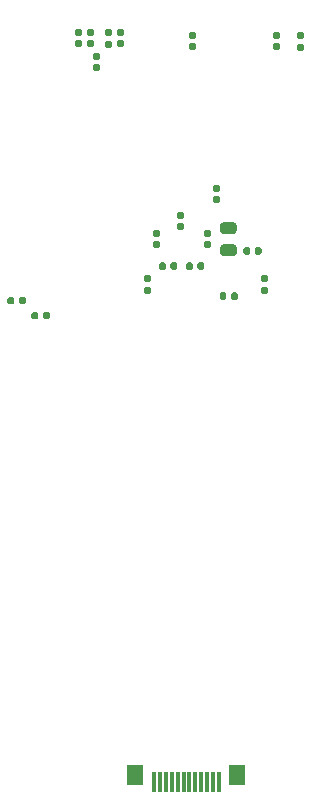
<source format=gbr>
%TF.GenerationSoftware,KiCad,Pcbnew,5.1.6*%
%TF.CreationDate,2021-05-06T17:12:19+02:00*%
%TF.ProjectId,nhci,6e686369-2e6b-4696-9361-645f70636258,rev?*%
%TF.SameCoordinates,Original*%
%TF.FileFunction,Paste,Bot*%
%TF.FilePolarity,Positive*%
%FSLAX46Y46*%
G04 Gerber Fmt 4.6, Leading zero omitted, Abs format (unit mm)*
G04 Created by KiCad (PCBNEW 5.1.6) date 2021-05-06 17:12:19*
%MOMM*%
%LPD*%
G01*
G04 APERTURE LIST*
%ADD10R,1.400000X1.700000*%
%ADD11R,0.300000X1.700000*%
G04 APERTURE END LIST*
%TO.C,R26*%
G36*
G01*
X53634000Y-130347500D02*
X53634000Y-130002500D01*
G75*
G02*
X53781500Y-129855000I147500J0D01*
G01*
X54076500Y-129855000D01*
G75*
G02*
X54224000Y-130002500I0J-147500D01*
G01*
X54224000Y-130347500D01*
G75*
G02*
X54076500Y-130495000I-147500J0D01*
G01*
X53781500Y-130495000D01*
G75*
G02*
X53634000Y-130347500I0J147500D01*
G01*
G37*
G36*
G01*
X52664000Y-130347500D02*
X52664000Y-130002500D01*
G75*
G02*
X52811500Y-129855000I147500J0D01*
G01*
X53106500Y-129855000D01*
G75*
G02*
X53254000Y-130002500I0J-147500D01*
G01*
X53254000Y-130347500D01*
G75*
G02*
X53106500Y-130495000I-147500J0D01*
G01*
X52811500Y-130495000D01*
G75*
G02*
X52664000Y-130347500I0J147500D01*
G01*
G37*
%TD*%
%TO.C,R25*%
G36*
G01*
X51602000Y-129077500D02*
X51602000Y-128732500D01*
G75*
G02*
X51749500Y-128585000I147500J0D01*
G01*
X52044500Y-128585000D01*
G75*
G02*
X52192000Y-128732500I0J-147500D01*
G01*
X52192000Y-129077500D01*
G75*
G02*
X52044500Y-129225000I-147500J0D01*
G01*
X51749500Y-129225000D01*
G75*
G02*
X51602000Y-129077500I0J147500D01*
G01*
G37*
G36*
G01*
X50632000Y-129077500D02*
X50632000Y-128732500D01*
G75*
G02*
X50779500Y-128585000I147500J0D01*
G01*
X51074500Y-128585000D01*
G75*
G02*
X51222000Y-128732500I0J-147500D01*
G01*
X51222000Y-129077500D01*
G75*
G02*
X51074500Y-129225000I-147500J0D01*
G01*
X50779500Y-129225000D01*
G75*
G02*
X50632000Y-129077500I0J147500D01*
G01*
G37*
%TD*%
D10*
%TO.C,U1*%
X70106000Y-169082000D03*
X61466000Y-169082000D03*
D11*
X63036000Y-169632000D03*
X63536000Y-169632000D03*
X64036000Y-169632000D03*
X64536000Y-169632000D03*
X65036000Y-169632000D03*
X65536000Y-169632000D03*
X66036000Y-169632000D03*
X66536000Y-169632000D03*
X67036000Y-169632000D03*
X67536000Y-169632000D03*
X68036000Y-169632000D03*
X68536000Y-169632000D03*
%TD*%
%TO.C,R9*%
G36*
G01*
X73233500Y-107101000D02*
X73578500Y-107101000D01*
G75*
G02*
X73726000Y-107248500I0J-147500D01*
G01*
X73726000Y-107543500D01*
G75*
G02*
X73578500Y-107691000I-147500J0D01*
G01*
X73233500Y-107691000D01*
G75*
G02*
X73086000Y-107543500I0J147500D01*
G01*
X73086000Y-107248500D01*
G75*
G02*
X73233500Y-107101000I147500J0D01*
G01*
G37*
G36*
G01*
X73233500Y-106131000D02*
X73578500Y-106131000D01*
G75*
G02*
X73726000Y-106278500I0J-147500D01*
G01*
X73726000Y-106573500D01*
G75*
G02*
X73578500Y-106721000I-147500J0D01*
G01*
X73233500Y-106721000D01*
G75*
G02*
X73086000Y-106573500I0J147500D01*
G01*
X73086000Y-106278500D01*
G75*
G02*
X73233500Y-106131000I147500J0D01*
G01*
G37*
%TD*%
%TO.C,R8*%
G36*
G01*
X66121500Y-107101000D02*
X66466500Y-107101000D01*
G75*
G02*
X66614000Y-107248500I0J-147500D01*
G01*
X66614000Y-107543500D01*
G75*
G02*
X66466500Y-107691000I-147500J0D01*
G01*
X66121500Y-107691000D01*
G75*
G02*
X65974000Y-107543500I0J147500D01*
G01*
X65974000Y-107248500D01*
G75*
G02*
X66121500Y-107101000I147500J0D01*
G01*
G37*
G36*
G01*
X66121500Y-106131000D02*
X66466500Y-106131000D01*
G75*
G02*
X66614000Y-106278500I0J-147500D01*
G01*
X66614000Y-106573500D01*
G75*
G02*
X66466500Y-106721000I-147500J0D01*
G01*
X66121500Y-106721000D01*
G75*
G02*
X65974000Y-106573500I0J147500D01*
G01*
X65974000Y-106278500D01*
G75*
G02*
X66121500Y-106131000I147500J0D01*
G01*
G37*
%TD*%
%TO.C,R7*%
G36*
G01*
X57993500Y-108879000D02*
X58338500Y-108879000D01*
G75*
G02*
X58486000Y-109026500I0J-147500D01*
G01*
X58486000Y-109321500D01*
G75*
G02*
X58338500Y-109469000I-147500J0D01*
G01*
X57993500Y-109469000D01*
G75*
G02*
X57846000Y-109321500I0J147500D01*
G01*
X57846000Y-109026500D01*
G75*
G02*
X57993500Y-108879000I147500J0D01*
G01*
G37*
G36*
G01*
X57993500Y-107909000D02*
X58338500Y-107909000D01*
G75*
G02*
X58486000Y-108056500I0J-147500D01*
G01*
X58486000Y-108351500D01*
G75*
G02*
X58338500Y-108499000I-147500J0D01*
G01*
X57993500Y-108499000D01*
G75*
G02*
X57846000Y-108351500I0J147500D01*
G01*
X57846000Y-108056500D01*
G75*
G02*
X57993500Y-107909000I147500J0D01*
G01*
G37*
%TD*%
%TO.C,R6*%
G36*
G01*
X60025500Y-106870000D02*
X60370500Y-106870000D01*
G75*
G02*
X60518000Y-107017500I0J-147500D01*
G01*
X60518000Y-107312500D01*
G75*
G02*
X60370500Y-107460000I-147500J0D01*
G01*
X60025500Y-107460000D01*
G75*
G02*
X59878000Y-107312500I0J147500D01*
G01*
X59878000Y-107017500D01*
G75*
G02*
X60025500Y-106870000I147500J0D01*
G01*
G37*
G36*
G01*
X60025500Y-105900000D02*
X60370500Y-105900000D01*
G75*
G02*
X60518000Y-106047500I0J-147500D01*
G01*
X60518000Y-106342500D01*
G75*
G02*
X60370500Y-106490000I-147500J0D01*
G01*
X60025500Y-106490000D01*
G75*
G02*
X59878000Y-106342500I0J147500D01*
G01*
X59878000Y-106047500D01*
G75*
G02*
X60025500Y-105900000I147500J0D01*
G01*
G37*
%TD*%
%TO.C,R5*%
G36*
G01*
X59009500Y-106893000D02*
X59354500Y-106893000D01*
G75*
G02*
X59502000Y-107040500I0J-147500D01*
G01*
X59502000Y-107335500D01*
G75*
G02*
X59354500Y-107483000I-147500J0D01*
G01*
X59009500Y-107483000D01*
G75*
G02*
X58862000Y-107335500I0J147500D01*
G01*
X58862000Y-107040500D01*
G75*
G02*
X59009500Y-106893000I147500J0D01*
G01*
G37*
G36*
G01*
X59009500Y-105923000D02*
X59354500Y-105923000D01*
G75*
G02*
X59502000Y-106070500I0J-147500D01*
G01*
X59502000Y-106365500D01*
G75*
G02*
X59354500Y-106513000I-147500J0D01*
G01*
X59009500Y-106513000D01*
G75*
G02*
X58862000Y-106365500I0J147500D01*
G01*
X58862000Y-106070500D01*
G75*
G02*
X59009500Y-105923000I147500J0D01*
G01*
G37*
%TD*%
%TO.C,R4*%
G36*
G01*
X75265500Y-107147000D02*
X75610500Y-107147000D01*
G75*
G02*
X75758000Y-107294500I0J-147500D01*
G01*
X75758000Y-107589500D01*
G75*
G02*
X75610500Y-107737000I-147500J0D01*
G01*
X75265500Y-107737000D01*
G75*
G02*
X75118000Y-107589500I0J147500D01*
G01*
X75118000Y-107294500D01*
G75*
G02*
X75265500Y-107147000I147500J0D01*
G01*
G37*
G36*
G01*
X75265500Y-106177000D02*
X75610500Y-106177000D01*
G75*
G02*
X75758000Y-106324500I0J-147500D01*
G01*
X75758000Y-106619500D01*
G75*
G02*
X75610500Y-106767000I-147500J0D01*
G01*
X75265500Y-106767000D01*
G75*
G02*
X75118000Y-106619500I0J147500D01*
G01*
X75118000Y-106324500D01*
G75*
G02*
X75265500Y-106177000I147500J0D01*
G01*
G37*
%TD*%
%TO.C,R3*%
G36*
G01*
X57485500Y-106870000D02*
X57830500Y-106870000D01*
G75*
G02*
X57978000Y-107017500I0J-147500D01*
G01*
X57978000Y-107312500D01*
G75*
G02*
X57830500Y-107460000I-147500J0D01*
G01*
X57485500Y-107460000D01*
G75*
G02*
X57338000Y-107312500I0J147500D01*
G01*
X57338000Y-107017500D01*
G75*
G02*
X57485500Y-106870000I147500J0D01*
G01*
G37*
G36*
G01*
X57485500Y-105900000D02*
X57830500Y-105900000D01*
G75*
G02*
X57978000Y-106047500I0J-147500D01*
G01*
X57978000Y-106342500D01*
G75*
G02*
X57830500Y-106490000I-147500J0D01*
G01*
X57485500Y-106490000D01*
G75*
G02*
X57338000Y-106342500I0J147500D01*
G01*
X57338000Y-106047500D01*
G75*
G02*
X57485500Y-105900000I147500J0D01*
G01*
G37*
%TD*%
%TO.C,R2*%
G36*
G01*
X56469500Y-106870000D02*
X56814500Y-106870000D01*
G75*
G02*
X56962000Y-107017500I0J-147500D01*
G01*
X56962000Y-107312500D01*
G75*
G02*
X56814500Y-107460000I-147500J0D01*
G01*
X56469500Y-107460000D01*
G75*
G02*
X56322000Y-107312500I0J147500D01*
G01*
X56322000Y-107017500D01*
G75*
G02*
X56469500Y-106870000I147500J0D01*
G01*
G37*
G36*
G01*
X56469500Y-105900000D02*
X56814500Y-105900000D01*
G75*
G02*
X56962000Y-106047500I0J-147500D01*
G01*
X56962000Y-106342500D01*
G75*
G02*
X56814500Y-106490000I-147500J0D01*
G01*
X56469500Y-106490000D01*
G75*
G02*
X56322000Y-106342500I0J147500D01*
G01*
X56322000Y-106047500D01*
G75*
G02*
X56469500Y-105900000I147500J0D01*
G01*
G37*
%TD*%
%TO.C,C20*%
G36*
G01*
X66715000Y-126156500D02*
X66715000Y-125811500D01*
G75*
G02*
X66862500Y-125664000I147500J0D01*
G01*
X67157500Y-125664000D01*
G75*
G02*
X67305000Y-125811500I0J-147500D01*
G01*
X67305000Y-126156500D01*
G75*
G02*
X67157500Y-126304000I-147500J0D01*
G01*
X66862500Y-126304000D01*
G75*
G02*
X66715000Y-126156500I0J147500D01*
G01*
G37*
G36*
G01*
X65745000Y-126156500D02*
X65745000Y-125811500D01*
G75*
G02*
X65892500Y-125664000I147500J0D01*
G01*
X66187500Y-125664000D01*
G75*
G02*
X66335000Y-125811500I0J-147500D01*
G01*
X66335000Y-126156500D01*
G75*
G02*
X66187500Y-126304000I-147500J0D01*
G01*
X65892500Y-126304000D01*
G75*
G02*
X65745000Y-126156500I0J147500D01*
G01*
G37*
%TD*%
%TO.C,C19*%
G36*
G01*
X65105500Y-122341000D02*
X65450500Y-122341000D01*
G75*
G02*
X65598000Y-122488500I0J-147500D01*
G01*
X65598000Y-122783500D01*
G75*
G02*
X65450500Y-122931000I-147500J0D01*
G01*
X65105500Y-122931000D01*
G75*
G02*
X64958000Y-122783500I0J147500D01*
G01*
X64958000Y-122488500D01*
G75*
G02*
X65105500Y-122341000I147500J0D01*
G01*
G37*
G36*
G01*
X65105500Y-121371000D02*
X65450500Y-121371000D01*
G75*
G02*
X65598000Y-121518500I0J-147500D01*
G01*
X65598000Y-121813500D01*
G75*
G02*
X65450500Y-121961000I-147500J0D01*
G01*
X65105500Y-121961000D01*
G75*
G02*
X64958000Y-121813500I0J147500D01*
G01*
X64958000Y-121518500D01*
G75*
G02*
X65105500Y-121371000I147500J0D01*
G01*
G37*
%TD*%
%TO.C,C18*%
G36*
G01*
X64429000Y-126156500D02*
X64429000Y-125811500D01*
G75*
G02*
X64576500Y-125664000I147500J0D01*
G01*
X64871500Y-125664000D01*
G75*
G02*
X65019000Y-125811500I0J-147500D01*
G01*
X65019000Y-126156500D01*
G75*
G02*
X64871500Y-126304000I-147500J0D01*
G01*
X64576500Y-126304000D01*
G75*
G02*
X64429000Y-126156500I0J147500D01*
G01*
G37*
G36*
G01*
X63459000Y-126156500D02*
X63459000Y-125811500D01*
G75*
G02*
X63606500Y-125664000I147500J0D01*
G01*
X63901500Y-125664000D01*
G75*
G02*
X64049000Y-125811500I0J-147500D01*
G01*
X64049000Y-126156500D01*
G75*
G02*
X63901500Y-126304000I-147500J0D01*
G01*
X63606500Y-126304000D01*
G75*
G02*
X63459000Y-126156500I0J147500D01*
G01*
G37*
%TD*%
%TO.C,R1*%
G36*
G01*
X71564000Y-124886500D02*
X71564000Y-124541500D01*
G75*
G02*
X71711500Y-124394000I147500J0D01*
G01*
X72006500Y-124394000D01*
G75*
G02*
X72154000Y-124541500I0J-147500D01*
G01*
X72154000Y-124886500D01*
G75*
G02*
X72006500Y-125034000I-147500J0D01*
G01*
X71711500Y-125034000D01*
G75*
G02*
X71564000Y-124886500I0J147500D01*
G01*
G37*
G36*
G01*
X70594000Y-124886500D02*
X70594000Y-124541500D01*
G75*
G02*
X70741500Y-124394000I147500J0D01*
G01*
X71036500Y-124394000D01*
G75*
G02*
X71184000Y-124541500I0J-147500D01*
G01*
X71184000Y-124886500D01*
G75*
G02*
X71036500Y-125034000I-147500J0D01*
G01*
X70741500Y-125034000D01*
G75*
G02*
X70594000Y-124886500I0J147500D01*
G01*
G37*
%TD*%
%TO.C,C17*%
G36*
G01*
X62656500Y-127341000D02*
X62311500Y-127341000D01*
G75*
G02*
X62164000Y-127193500I0J147500D01*
G01*
X62164000Y-126898500D01*
G75*
G02*
X62311500Y-126751000I147500J0D01*
G01*
X62656500Y-126751000D01*
G75*
G02*
X62804000Y-126898500I0J-147500D01*
G01*
X62804000Y-127193500D01*
G75*
G02*
X62656500Y-127341000I-147500J0D01*
G01*
G37*
G36*
G01*
X62656500Y-128311000D02*
X62311500Y-128311000D01*
G75*
G02*
X62164000Y-128163500I0J147500D01*
G01*
X62164000Y-127868500D01*
G75*
G02*
X62311500Y-127721000I147500J0D01*
G01*
X62656500Y-127721000D01*
G75*
G02*
X62804000Y-127868500I0J-147500D01*
G01*
X62804000Y-128163500D01*
G75*
G02*
X62656500Y-128311000I-147500J0D01*
G01*
G37*
%TD*%
%TO.C,C16*%
G36*
G01*
X68885750Y-124148000D02*
X69798250Y-124148000D01*
G75*
G02*
X70042000Y-124391750I0J-243750D01*
G01*
X70042000Y-124879250D01*
G75*
G02*
X69798250Y-125123000I-243750J0D01*
G01*
X68885750Y-125123000D01*
G75*
G02*
X68642000Y-124879250I0J243750D01*
G01*
X68642000Y-124391750D01*
G75*
G02*
X68885750Y-124148000I243750J0D01*
G01*
G37*
G36*
G01*
X68885750Y-122273000D02*
X69798250Y-122273000D01*
G75*
G02*
X70042000Y-122516750I0J-243750D01*
G01*
X70042000Y-123004250D01*
G75*
G02*
X69798250Y-123248000I-243750J0D01*
G01*
X68885750Y-123248000D01*
G75*
G02*
X68642000Y-123004250I0J243750D01*
G01*
X68642000Y-122516750D01*
G75*
G02*
X68885750Y-122273000I243750J0D01*
G01*
G37*
%TD*%
%TO.C,C15*%
G36*
G01*
X67391500Y-123888000D02*
X67736500Y-123888000D01*
G75*
G02*
X67884000Y-124035500I0J-147500D01*
G01*
X67884000Y-124330500D01*
G75*
G02*
X67736500Y-124478000I-147500J0D01*
G01*
X67391500Y-124478000D01*
G75*
G02*
X67244000Y-124330500I0J147500D01*
G01*
X67244000Y-124035500D01*
G75*
G02*
X67391500Y-123888000I147500J0D01*
G01*
G37*
G36*
G01*
X67391500Y-122918000D02*
X67736500Y-122918000D01*
G75*
G02*
X67884000Y-123065500I0J-147500D01*
G01*
X67884000Y-123360500D01*
G75*
G02*
X67736500Y-123508000I-147500J0D01*
G01*
X67391500Y-123508000D01*
G75*
G02*
X67244000Y-123360500I0J147500D01*
G01*
X67244000Y-123065500D01*
G75*
G02*
X67391500Y-122918000I147500J0D01*
G01*
G37*
%TD*%
%TO.C,C14*%
G36*
G01*
X72562500Y-127341000D02*
X72217500Y-127341000D01*
G75*
G02*
X72070000Y-127193500I0J147500D01*
G01*
X72070000Y-126898500D01*
G75*
G02*
X72217500Y-126751000I147500J0D01*
G01*
X72562500Y-126751000D01*
G75*
G02*
X72710000Y-126898500I0J-147500D01*
G01*
X72710000Y-127193500D01*
G75*
G02*
X72562500Y-127341000I-147500J0D01*
G01*
G37*
G36*
G01*
X72562500Y-128311000D02*
X72217500Y-128311000D01*
G75*
G02*
X72070000Y-128163500I0J147500D01*
G01*
X72070000Y-127868500D01*
G75*
G02*
X72217500Y-127721000I147500J0D01*
G01*
X72562500Y-127721000D01*
G75*
G02*
X72710000Y-127868500I0J-147500D01*
G01*
X72710000Y-128163500D01*
G75*
G02*
X72562500Y-128311000I-147500J0D01*
G01*
G37*
%TD*%
%TO.C,C13*%
G36*
G01*
X69175000Y-128351500D02*
X69175000Y-128696500D01*
G75*
G02*
X69027500Y-128844000I-147500J0D01*
G01*
X68732500Y-128844000D01*
G75*
G02*
X68585000Y-128696500I0J147500D01*
G01*
X68585000Y-128351500D01*
G75*
G02*
X68732500Y-128204000I147500J0D01*
G01*
X69027500Y-128204000D01*
G75*
G02*
X69175000Y-128351500I0J-147500D01*
G01*
G37*
G36*
G01*
X70145000Y-128351500D02*
X70145000Y-128696500D01*
G75*
G02*
X69997500Y-128844000I-147500J0D01*
G01*
X69702500Y-128844000D01*
G75*
G02*
X69555000Y-128696500I0J147500D01*
G01*
X69555000Y-128351500D01*
G75*
G02*
X69702500Y-128204000I147500J0D01*
G01*
X69997500Y-128204000D01*
G75*
G02*
X70145000Y-128351500I0J-147500D01*
G01*
G37*
%TD*%
%TO.C,C12*%
G36*
G01*
X63073500Y-123888000D02*
X63418500Y-123888000D01*
G75*
G02*
X63566000Y-124035500I0J-147500D01*
G01*
X63566000Y-124330500D01*
G75*
G02*
X63418500Y-124478000I-147500J0D01*
G01*
X63073500Y-124478000D01*
G75*
G02*
X62926000Y-124330500I0J147500D01*
G01*
X62926000Y-124035500D01*
G75*
G02*
X63073500Y-123888000I147500J0D01*
G01*
G37*
G36*
G01*
X63073500Y-122918000D02*
X63418500Y-122918000D01*
G75*
G02*
X63566000Y-123065500I0J-147500D01*
G01*
X63566000Y-123360500D01*
G75*
G02*
X63418500Y-123508000I-147500J0D01*
G01*
X63073500Y-123508000D01*
G75*
G02*
X62926000Y-123360500I0J147500D01*
G01*
X62926000Y-123065500D01*
G75*
G02*
X63073500Y-122918000I147500J0D01*
G01*
G37*
%TD*%
%TO.C,C11*%
G36*
G01*
X68153500Y-120055000D02*
X68498500Y-120055000D01*
G75*
G02*
X68646000Y-120202500I0J-147500D01*
G01*
X68646000Y-120497500D01*
G75*
G02*
X68498500Y-120645000I-147500J0D01*
G01*
X68153500Y-120645000D01*
G75*
G02*
X68006000Y-120497500I0J147500D01*
G01*
X68006000Y-120202500D01*
G75*
G02*
X68153500Y-120055000I147500J0D01*
G01*
G37*
G36*
G01*
X68153500Y-119085000D02*
X68498500Y-119085000D01*
G75*
G02*
X68646000Y-119232500I0J-147500D01*
G01*
X68646000Y-119527500D01*
G75*
G02*
X68498500Y-119675000I-147500J0D01*
G01*
X68153500Y-119675000D01*
G75*
G02*
X68006000Y-119527500I0J147500D01*
G01*
X68006000Y-119232500D01*
G75*
G02*
X68153500Y-119085000I147500J0D01*
G01*
G37*
%TD*%
M02*

</source>
